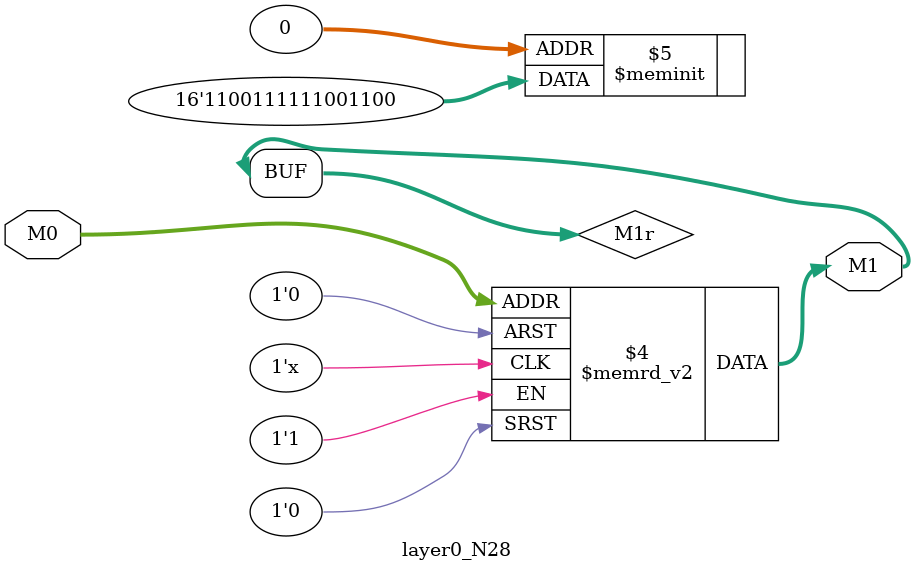
<source format=v>
module layer0_N28 ( input [2:0] M0, output [1:0] M1 );

	(*rom_style = "distributed" *) reg [1:0] M1r;
	assign M1 = M1r;
	always @ (M0) begin
		case (M0)
			3'b000: M1r = 2'b00;
			3'b100: M1r = 2'b11;
			3'b010: M1r = 2'b00;
			3'b110: M1r = 2'b00;
			3'b001: M1r = 2'b11;
			3'b101: M1r = 2'b11;
			3'b011: M1r = 2'b11;
			3'b111: M1r = 2'b11;

		endcase
	end
endmodule

</source>
